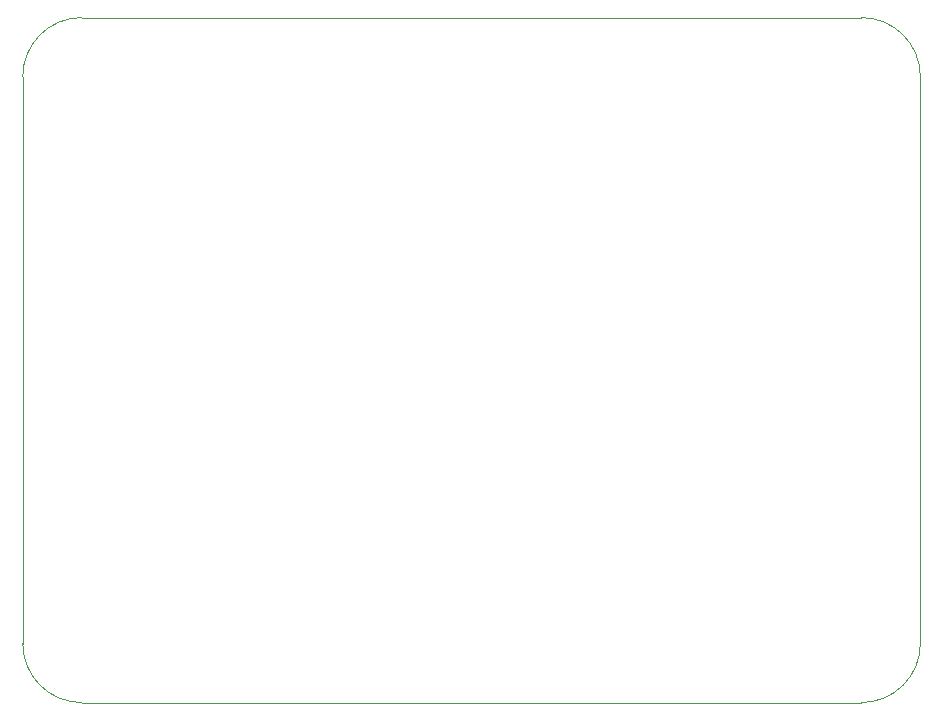
<source format=gbr>
%TF.GenerationSoftware,KiCad,Pcbnew,8.0.7*%
%TF.CreationDate,2024-12-26T23:36:23+07:00*%
%TF.ProjectId,Teensy4.0PCB,5465656e-7379-4342-9e30-5043422e6b69,rev?*%
%TF.SameCoordinates,Original*%
%TF.FileFunction,Profile,NP*%
%FSLAX46Y46*%
G04 Gerber Fmt 4.6, Leading zero omitted, Abs format (unit mm)*
G04 Created by KiCad (PCBNEW 8.0.7) date 2024-12-26 23:36:23*
%MOMM*%
%LPD*%
G01*
G04 APERTURE LIST*
%TA.AperFunction,Profile*%
%ADD10C,0.050000*%
%TD*%
G04 APERTURE END LIST*
D10*
X180000000Y-66200000D02*
X114000000Y-66200000D01*
X185000000Y-119200000D02*
X185000000Y-71200000D01*
X114000000Y-124200000D02*
G75*
G02*
X109000000Y-119200000I0J5000000D01*
G01*
X114000000Y-124200000D02*
X180000000Y-124200000D01*
X185000000Y-119200000D02*
G75*
G02*
X180000000Y-124200000I-5000000J0D01*
G01*
X109000000Y-71200000D02*
G75*
G02*
X114000000Y-66200000I5000000J0D01*
G01*
X109000000Y-71200000D02*
X109000000Y-119200000D01*
X180000000Y-66200000D02*
G75*
G02*
X185000000Y-71200000I0J-5000000D01*
G01*
M02*

</source>
